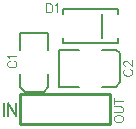
<source format=gto>
G04 DipTrace 2.4.0.2*
%INBuckboost5V.GTO*%
%MOMM*%
%ADD10C,0.25*%
%ADD23C,0.203*%
%ADD36C,0.118*%
%ADD37C,0.157*%
%FSLAX53Y53*%
G04*
G71*
G90*
G75*
G01*
%LNTopSilk*%
%LPD*%
X12235Y16752D2*
D23*
Y18252D1*
X14635D1*
Y16752D1*
X12235Y14752D2*
Y13652D1*
X12635Y13252D1*
X14235D1*
X14635Y13652D1*
Y14752D1*
X17233Y13639D2*
X15533D1*
Y16789D1*
X17233D1*
X19133Y13688D2*
X20333D1*
X20733Y14038D1*
Y16488D1*
X20333Y16789D1*
X19133D1*
X15895Y19803D2*
Y20253D1*
X20495D1*
Y19803D1*
Y17804D2*
Y17353D1*
X15895D1*
Y17804D1*
X19195Y19803D2*
Y17804D1*
X19813Y10476D2*
D10*
X12194D1*
Y13016D1*
X19813D1*
Y10476D1*
X11341Y15847D2*
D36*
X11269Y15810D1*
X11196Y15737D1*
X11159Y15665D1*
Y15519D1*
X11196Y15446D1*
X11269Y15373D1*
X11341Y15336D1*
X11451Y15300D1*
X11634D1*
X11742Y15336D1*
X11816Y15373D1*
X11888Y15446D1*
X11925Y15519D1*
Y15665D1*
X11888Y15737D1*
X11816Y15810D1*
X11742Y15847D1*
X11306Y16082D2*
X11269Y16155D1*
X11160Y16265D1*
X11925D1*
X21140Y15159D2*
X21068Y15123D1*
X20994Y15050D1*
X20958Y14977D1*
Y14831D1*
X20994Y14758D1*
X21068Y14686D1*
X21140Y14649D1*
X21250Y14612D1*
X21432D1*
X21541Y14649D1*
X21614Y14686D1*
X21687Y14758D1*
X21724Y14831D1*
Y14977D1*
X21687Y15050D1*
X21614Y15123D1*
X21541Y15159D1*
X21141Y15431D2*
X21105D1*
X21031Y15468D1*
X20995Y15504D1*
X20959Y15577D1*
Y15723D1*
X20995Y15795D1*
X21031Y15831D1*
X21105Y15869D1*
X21177D1*
X21250Y15831D1*
X21359Y15759D1*
X21724Y15394D1*
Y15905D1*
X14461Y20719D2*
Y19954D1*
X14716D1*
X14826Y19991D1*
X14899Y20063D1*
X14935Y20137D1*
X14971Y20245D1*
Y20428D1*
X14935Y20537D1*
X14899Y20610D1*
X14826Y20683D1*
X14716Y20719D1*
X14461D1*
X15207Y20573D2*
X15280Y20610D1*
X15390Y20719D1*
Y19954D1*
X10885Y12253D2*
D37*
Y11232D1*
X11880Y12253D2*
Y11232D1*
X11199Y12253D1*
Y11232D1*
X20184Y10892D2*
D36*
X20220Y10819D1*
X20294Y10746D1*
X20366Y10709D1*
X20476Y10673D1*
X20658D1*
X20767Y10709D1*
X20840Y10746D1*
X20913Y10819D1*
X20950Y10892D1*
Y11038D1*
X20913Y11110D1*
X20840Y11184D1*
X20767Y11220D1*
X20658Y11256D1*
X20476D1*
X20366Y11220D1*
X20294Y11184D1*
X20220Y11110D1*
X20184Y11038D1*
Y10892D1*
Y11491D2*
X20731D1*
X20840Y11528D1*
X20913Y11601D1*
X20950Y11710D1*
Y11783D1*
X20913Y11892D1*
X20840Y11966D1*
X20731Y12002D1*
X20184D1*
Y12492D2*
X20950D1*
X20184Y12237D2*
Y12747D1*
M02*

</source>
